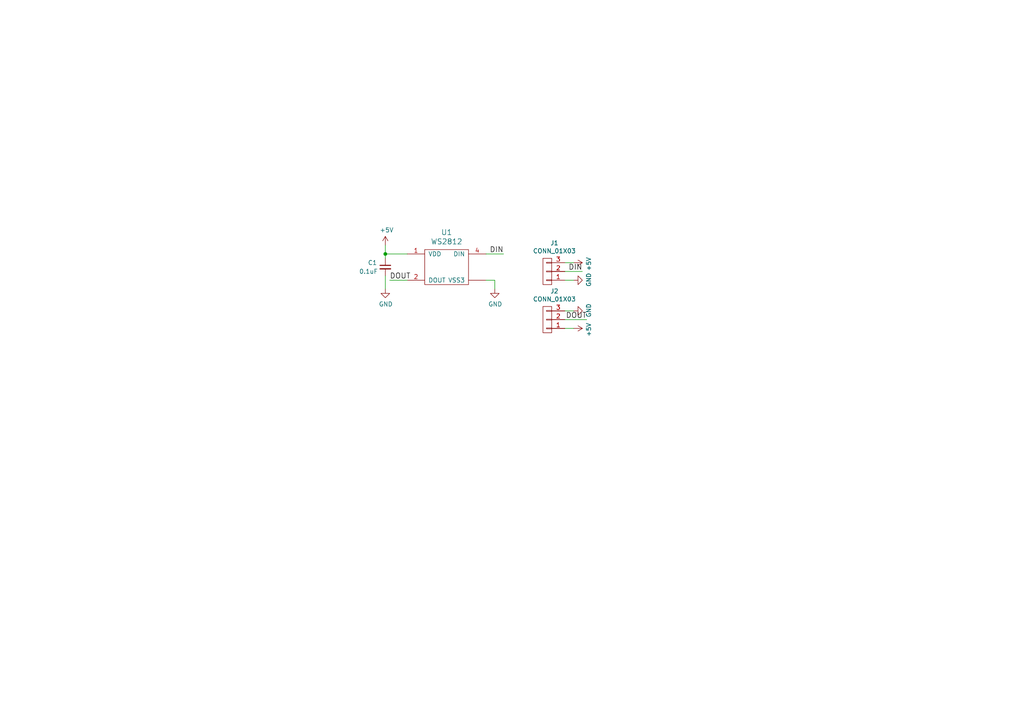
<source format=kicad_sch>
(kicad_sch (version 20230121) (generator eeschema)
  (paper "A4")
  (lib_symbols
    (symbol "45-Neo-rescue:+5V" (power) (pin_names (offset 0))
      (property "Value" "+5V" (at 0 3.556 0))
      (symbol "+5V_0_1"
        (polyline (pts (xy -0.762 1.27) (xy 0 2.54)))
        (polyline (pts (xy 0 0) (xy 0 2.54)))
        (polyline (pts (xy 0 2.54) (xy 0.762 1.27)))
      )
      (symbol "+5V_1_1"
        (pin power_in line (at 0 0 90) (length 0) hide (name "+5V") (number "1"))
      )
    )
    (symbol "45-Neo-rescue:CONN_01X03" (pin_names (offset 1.016) hide)
      (property "Reference" "J" (at 0 5.08 0))
      (property "Value" "CONN_01X03" (at 2.54 0 90))
      (symbol "CONN_01X03_0_1"
        (rectangle (start -1.27 -2.413) (end 0.254 -2.667))
        (rectangle (start -1.27 0.127) (end 0.254 -0.127))
        (rectangle (start -1.27 2.667) (end 0.254 2.413))
        (rectangle (start -1.27 3.81) (end 1.27 -3.81))
      )
      (symbol "CONN_01X03_1_1"
        (pin passive line (at -5.08 2.54 0) (length 3.81) (name "P1") (number "1"))
        (pin passive line (at -5.08 0 0) (length 3.81) (name "P2") (number "2"))
        (pin passive line (at -5.08 -2.54 0) (length 3.81) (name "P3") (number "3"))
      )
    )
    (symbol "45-Neo-rescue:C_Small" (pin_numbers hide) (pin_names (offset 0.254) hide)
      (property "Reference" "C" (at 0.254 1.778 0))
      (property "Value" "C_Small" (at 0.254 -2.032 0))
      (symbol "C_Small_0_1"
        (polyline (pts (xy -1.524 -0.508) (xy 1.524 -0.508)) (stroke (width 0.3302)))
        (polyline (pts (xy -1.524 0.508) (xy 1.524 0.508)) (stroke (width 0.3048)))
      )
      (symbol "C_Small_1_1"
        (pin passive line (at 0 2.54 270) (length 2.032) (name "~") (number "1"))
        (pin passive line (at 0 -2.54 90) (length 2.032) (name "~") (number "2"))
      )
    )
    (symbol "45-Neo-rescue:GND" (power) (pin_names (offset 0))
      (property "Value" "GND" (at 0 -3.81 0))
      (symbol "GND_0_1"
        (polyline (pts (xy 0 0) (xy 0 -1.27) (xy 1.27 -1.27) (xy 0 -2.54) (xy -1.27 -1.27) (xy 0 -1.27)))
      )
      (symbol "GND_1_1"
        (pin power_in line (at 0 0 270) (length 0) hide (name "GND") (number "1"))
      )
    )
    (symbol "45-Neo-rescue:WS2812" (pin_names (offset 1.016))
      (property "Reference" "U" (at 0 -6.35 0))
      (property "Value" "WS2812" (at 0 6.35 0))
      (symbol "WS2812_0_1"
        (rectangle (start -6.35 5.08) (end 6.35 -5.08))
      )
      (symbol "WS2812_1_1"
        (pin power_in line (at -11.43 3.81 0) (length 5.08) (name "VDD") (number "1"))
        (pin output line (at -11.43 -3.81 0) (length 5.08) (name "DOUT") (number "2"))
        (pin input line (at 11.43 3.81 180) (length 5.08) (name "DIN") (number "4"))
        (pin power_out line (at 11.43 -3.81 180) (length 5.08) (name "VSS3") (number "~"))
      )
    )
  )
  (junction (at 111.76 73.66))
  (wire (pts (xy 140.97 73.66) (xy 146.05 73.66)))
  (wire (pts (xy 111.76 80.01) (xy 111.76 83.82)))
  (wire (pts (xy 163.83 81.28) (xy 166.37 81.28)))
  (wire (pts (xy 111.76 74.93) (xy 111.76 73.66)))
  (wire (pts (xy 163.83 92.71) (xy 170.18 92.71)))
  (wire (pts (xy 118.11 73.66) (xy 111.76 73.66)))
  (wire (pts (xy 163.83 90.17) (xy 166.37 90.17)))
  (wire (pts (xy 111.76 73.66) (xy 111.76 71.12)))
  (wire (pts (xy 163.83 76.2) (xy 166.37 76.2)))
  (wire (pts (xy 163.83 95.25) (xy 166.37 95.25)))
  (wire (pts (xy 113.03 81.28) (xy 118.11 81.28)))
  (wire (pts (xy 143.51 81.28) (xy 143.51 83.82)))
  (wire (pts (xy 140.97 81.28) (xy 143.51 81.28)))
  (wire (pts (xy 163.83 78.74) (xy 168.91 78.74)))
  (label "DOUT" (at 170.18 92.71 180) (effects (font (size 1.524 1.524))))
  (label "DIN" (at 168.91 78.74 180) (effects (font (size 1.524 1.524))))
  (label "DIN" (at 146.05 73.66 180) (effects (font (size 1.524 1.524))))
  (label "DOUT" (at 113.03 81.28 0) (effects (font (size 1.524 1.524))))
  (symbol (lib_id "45-Neo-rescue:WS2812") (at 129.54 77.47 0) (unit 1)
    (property "Reference" "U1" (at 129.54 67.3862 0) (effects (font (size 1.524 1.524))))
    (property "Value" "WS2812" (at 129.54 70.0786 0) (effects (font (size 1.524 1.524))))
    (property "Footprint" ".pretty:WS2812" (effects hide))
  )
  (symbol (lib_id "45-Neo-rescue:C_Small") (at 111.76 77.47 0) (unit 1)
    (property "Reference" "C1" (at 106.68 76.2 0) (effects (justify left)))
    (property "Value" "0.1uF" (at 104.14 78.74 0) (effects (justify left)))
    (property "Footprint" "Capacitors_SMD:C_0603" (effects hide))
  )
  (symbol (lib_id "45-Neo-rescue:+5V") (at 111.76 71.12 0) (unit 1)
    (property "Reference" "#PWR01" (effects hide))
    (property "Value" "+5V" (at 112.141 66.7258 0))
  )
  (symbol (lib_id "45-Neo-rescue:GND") (at 143.51 83.82 0) (unit 1)
    (property "Reference" "#PWR02" (effects hide))
    (property "Value" "GND" (at 143.637 88.2142 0))
  )
  (symbol (lib_id "45-Neo-rescue:GND") (at 111.76 83.82 0) (unit 1)
    (property "Reference" "#PWR03" (effects hide))
    (property "Value" "GND" (at 111.887 88.2142 0))
  )
  (symbol (lib_id "45-Neo-rescue:CONN_01X03") (at 158.75 78.74 180) (unit 1)
    (property "Reference" "J1" (at 160.8074 70.485 0))
    (property "Value" "CONN_01X03" (at 160.8074 72.7964 0))
    (property "Footprint" ".pretty:Tape_3_Circuit_Pad" (effects hide))
  )
  (symbol (lib_id "45-Neo-rescue:CONN_01X03") (at 158.75 92.71 180) (unit 1)
    (property "Reference" "J2" (at 160.8074 84.455 0))
    (property "Value" "CONN_01X03" (at 160.8074 86.7664 0))
    (property "Footprint" ".pretty:Tape_3_Circuit_Pad" (effects hide))
  )
  (symbol (lib_id "45-Neo-rescue:+5V") (at 166.37 76.2 270) (unit 1)
    (property "Reference" "#PWR04" (effects hide))
    (property "Value" "+5V" (at 170.7642 76.581 0))
  )
  (symbol (lib_id "45-Neo-rescue:+5V") (at 166.37 95.25 270) (unit 1)
    (property "Reference" "#PWR05" (effects hide))
    (property "Value" "+5V" (at 170.7642 95.631 0))
  )
  (symbol (lib_id "45-Neo-rescue:GND") (at 166.37 81.28 90) (unit 1)
    (property "Reference" "#PWR06" (effects hide))
    (property "Value" "GND" (at 170.7642 81.153 0))
  )
  (symbol (lib_id "45-Neo-rescue:GND") (at 166.37 90.17 90) (unit 1)
    (property "Reference" "#PWR07" (effects hide))
    (property "Value" "GND" (at 170.7642 90.043 0))
  )
)
</source>
